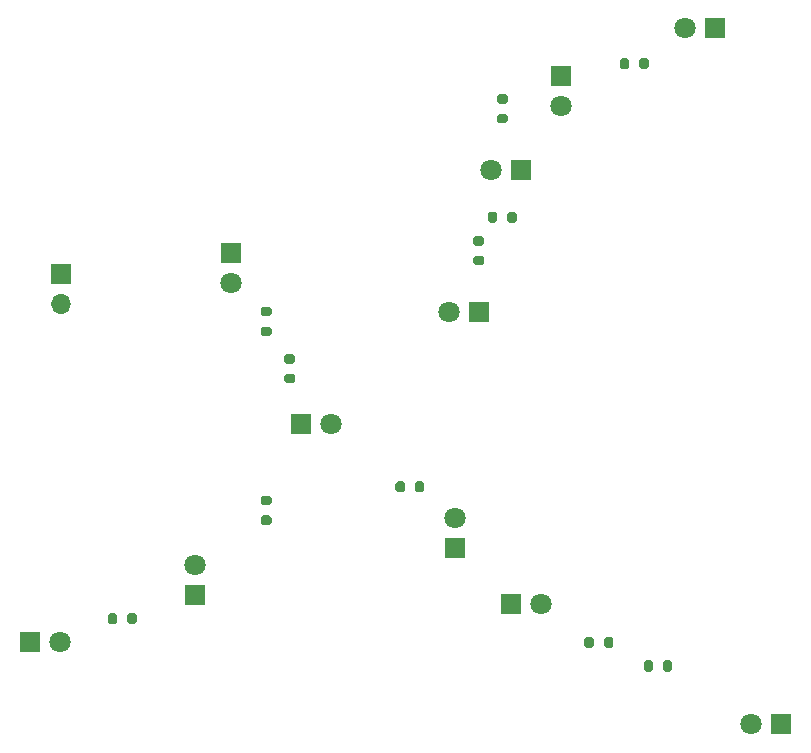
<source format=gbs>
%TF.GenerationSoftware,KiCad,Pcbnew,(5.1.10)-1*%
%TF.CreationDate,2021-09-04T18:59:30+09:00*%
%TF.ProjectId,TsukCTF,5473756b-4354-4462-9e6b-696361645f70,rev?*%
%TF.SameCoordinates,Original*%
%TF.FileFunction,Soldermask,Bot*%
%TF.FilePolarity,Negative*%
%FSLAX46Y46*%
G04 Gerber Fmt 4.6, Leading zero omitted, Abs format (unit mm)*
G04 Created by KiCad (PCBNEW (5.1.10)-1) date 2021-09-04 18:59:30*
%MOMM*%
%LPD*%
G01*
G04 APERTURE LIST*
%ADD10R,1.800000X1.800000*%
%ADD11C,1.800000*%
%ADD12R,1.700000X1.700000*%
%ADD13O,1.700000X1.700000*%
G04 APERTURE END LIST*
D10*
%TO.C,D3*%
X149000000Y-115000000D03*
D11*
X149000000Y-117540000D03*
%TD*%
D10*
%TO.C,D4*%
X154940000Y-129540000D03*
D11*
X157480000Y-129540000D03*
%TD*%
%TO.C,D5*%
X146000000Y-141460000D03*
D10*
X146000000Y-144000000D03*
%TD*%
D11*
%TO.C,D6*%
X167460000Y-120000000D03*
D10*
X170000000Y-120000000D03*
%TD*%
%TO.C,D7*%
X195580000Y-154940000D03*
D11*
X193040000Y-154940000D03*
%TD*%
%TO.C,D8*%
X134540000Y-148000000D03*
D10*
X132000000Y-148000000D03*
%TD*%
D11*
%TO.C,D9*%
X171000000Y-108000000D03*
D10*
X173540000Y-108000000D03*
%TD*%
D11*
%TO.C,D10*%
X177000000Y-102540000D03*
D10*
X177000000Y-100000000D03*
%TD*%
%TO.C,D11*%
X190000000Y-96000000D03*
D11*
X187460000Y-96000000D03*
%TD*%
D10*
%TO.C,D12*%
X168000000Y-140000000D03*
D11*
X168000000Y-137460000D03*
%TD*%
%TO.C,D13*%
X175260000Y-144780000D03*
D10*
X172720000Y-144780000D03*
%TD*%
D12*
%TO.C,J1*%
X134620000Y-116840000D03*
D13*
X134620000Y-119380000D03*
%TD*%
%TO.C,R3*%
G36*
G01*
X151725000Y-121250000D02*
X152275000Y-121250000D01*
G75*
G02*
X152475000Y-121450000I0J-200000D01*
G01*
X152475000Y-121850000D01*
G75*
G02*
X152275000Y-122050000I-200000J0D01*
G01*
X151725000Y-122050000D01*
G75*
G02*
X151525000Y-121850000I0J200000D01*
G01*
X151525000Y-121450000D01*
G75*
G02*
X151725000Y-121250000I200000J0D01*
G01*
G37*
G36*
G01*
X151725000Y-119600000D02*
X152275000Y-119600000D01*
G75*
G02*
X152475000Y-119800000I0J-200000D01*
G01*
X152475000Y-120200000D01*
G75*
G02*
X152275000Y-120400000I-200000J0D01*
G01*
X151725000Y-120400000D01*
G75*
G02*
X151525000Y-120200000I0J200000D01*
G01*
X151525000Y-119800000D01*
G75*
G02*
X151725000Y-119600000I200000J0D01*
G01*
G37*
%TD*%
%TO.C,R4*%
G36*
G01*
X154275000Y-126050000D02*
X153725000Y-126050000D01*
G75*
G02*
X153525000Y-125850000I0J200000D01*
G01*
X153525000Y-125450000D01*
G75*
G02*
X153725000Y-125250000I200000J0D01*
G01*
X154275000Y-125250000D01*
G75*
G02*
X154475000Y-125450000I0J-200000D01*
G01*
X154475000Y-125850000D01*
G75*
G02*
X154275000Y-126050000I-200000J0D01*
G01*
G37*
G36*
G01*
X154275000Y-124400000D02*
X153725000Y-124400000D01*
G75*
G02*
X153525000Y-124200000I0J200000D01*
G01*
X153525000Y-123800000D01*
G75*
G02*
X153725000Y-123600000I200000J0D01*
G01*
X154275000Y-123600000D01*
G75*
G02*
X154475000Y-123800000I0J-200000D01*
G01*
X154475000Y-124200000D01*
G75*
G02*
X154275000Y-124400000I-200000J0D01*
G01*
G37*
%TD*%
%TO.C,R5*%
G36*
G01*
X152275000Y-136400000D02*
X151725000Y-136400000D01*
G75*
G02*
X151525000Y-136200000I0J200000D01*
G01*
X151525000Y-135800000D01*
G75*
G02*
X151725000Y-135600000I200000J0D01*
G01*
X152275000Y-135600000D01*
G75*
G02*
X152475000Y-135800000I0J-200000D01*
G01*
X152475000Y-136200000D01*
G75*
G02*
X152275000Y-136400000I-200000J0D01*
G01*
G37*
G36*
G01*
X152275000Y-138050000D02*
X151725000Y-138050000D01*
G75*
G02*
X151525000Y-137850000I0J200000D01*
G01*
X151525000Y-137450000D01*
G75*
G02*
X151725000Y-137250000I200000J0D01*
G01*
X152275000Y-137250000D01*
G75*
G02*
X152475000Y-137450000I0J-200000D01*
G01*
X152475000Y-137850000D01*
G75*
G02*
X152275000Y-138050000I-200000J0D01*
G01*
G37*
%TD*%
%TO.C,R6*%
G36*
G01*
X170275000Y-116050000D02*
X169725000Y-116050000D01*
G75*
G02*
X169525000Y-115850000I0J200000D01*
G01*
X169525000Y-115450000D01*
G75*
G02*
X169725000Y-115250000I200000J0D01*
G01*
X170275000Y-115250000D01*
G75*
G02*
X170475000Y-115450000I0J-200000D01*
G01*
X170475000Y-115850000D01*
G75*
G02*
X170275000Y-116050000I-200000J0D01*
G01*
G37*
G36*
G01*
X170275000Y-114400000D02*
X169725000Y-114400000D01*
G75*
G02*
X169525000Y-114200000I0J200000D01*
G01*
X169525000Y-113800000D01*
G75*
G02*
X169725000Y-113600000I200000J0D01*
G01*
X170275000Y-113600000D01*
G75*
G02*
X170475000Y-113800000I0J-200000D01*
G01*
X170475000Y-114200000D01*
G75*
G02*
X170275000Y-114400000I-200000J0D01*
G01*
G37*
%TD*%
%TO.C,R7*%
G36*
G01*
X183950000Y-150275000D02*
X183950000Y-149725000D01*
G75*
G02*
X184150000Y-149525000I200000J0D01*
G01*
X184550000Y-149525000D01*
G75*
G02*
X184750000Y-149725000I0J-200000D01*
G01*
X184750000Y-150275000D01*
G75*
G02*
X184550000Y-150475000I-200000J0D01*
G01*
X184150000Y-150475000D01*
G75*
G02*
X183950000Y-150275000I0J200000D01*
G01*
G37*
G36*
G01*
X185600000Y-150275000D02*
X185600000Y-149725000D01*
G75*
G02*
X185800000Y-149525000I200000J0D01*
G01*
X186200000Y-149525000D01*
G75*
G02*
X186400000Y-149725000I0J-200000D01*
G01*
X186400000Y-150275000D01*
G75*
G02*
X186200000Y-150475000I-200000J0D01*
G01*
X185800000Y-150475000D01*
G75*
G02*
X185600000Y-150275000I0J200000D01*
G01*
G37*
%TD*%
%TO.C,R8*%
G36*
G01*
X140250000Y-146275000D02*
X140250000Y-145725000D01*
G75*
G02*
X140450000Y-145525000I200000J0D01*
G01*
X140850000Y-145525000D01*
G75*
G02*
X141050000Y-145725000I0J-200000D01*
G01*
X141050000Y-146275000D01*
G75*
G02*
X140850000Y-146475000I-200000J0D01*
G01*
X140450000Y-146475000D01*
G75*
G02*
X140250000Y-146275000I0J200000D01*
G01*
G37*
G36*
G01*
X138600000Y-146275000D02*
X138600000Y-145725000D01*
G75*
G02*
X138800000Y-145525000I200000J0D01*
G01*
X139200000Y-145525000D01*
G75*
G02*
X139400000Y-145725000I0J-200000D01*
G01*
X139400000Y-146275000D01*
G75*
G02*
X139200000Y-146475000I-200000J0D01*
G01*
X138800000Y-146475000D01*
G75*
G02*
X138600000Y-146275000I0J200000D01*
G01*
G37*
%TD*%
%TO.C,R9*%
G36*
G01*
X173225000Y-111725000D02*
X173225000Y-112275000D01*
G75*
G02*
X173025000Y-112475000I-200000J0D01*
G01*
X172625000Y-112475000D01*
G75*
G02*
X172425000Y-112275000I0J200000D01*
G01*
X172425000Y-111725000D01*
G75*
G02*
X172625000Y-111525000I200000J0D01*
G01*
X173025000Y-111525000D01*
G75*
G02*
X173225000Y-111725000I0J-200000D01*
G01*
G37*
G36*
G01*
X171575000Y-111725000D02*
X171575000Y-112275000D01*
G75*
G02*
X171375000Y-112475000I-200000J0D01*
G01*
X170975000Y-112475000D01*
G75*
G02*
X170775000Y-112275000I0J200000D01*
G01*
X170775000Y-111725000D01*
G75*
G02*
X170975000Y-111525000I200000J0D01*
G01*
X171375000Y-111525000D01*
G75*
G02*
X171575000Y-111725000I0J-200000D01*
G01*
G37*
%TD*%
%TO.C,R10*%
G36*
G01*
X171725000Y-101600000D02*
X172275000Y-101600000D01*
G75*
G02*
X172475000Y-101800000I0J-200000D01*
G01*
X172475000Y-102200000D01*
G75*
G02*
X172275000Y-102400000I-200000J0D01*
G01*
X171725000Y-102400000D01*
G75*
G02*
X171525000Y-102200000I0J200000D01*
G01*
X171525000Y-101800000D01*
G75*
G02*
X171725000Y-101600000I200000J0D01*
G01*
G37*
G36*
G01*
X171725000Y-103250000D02*
X172275000Y-103250000D01*
G75*
G02*
X172475000Y-103450000I0J-200000D01*
G01*
X172475000Y-103850000D01*
G75*
G02*
X172275000Y-104050000I-200000J0D01*
G01*
X171725000Y-104050000D01*
G75*
G02*
X171525000Y-103850000I0J200000D01*
G01*
X171525000Y-103450000D01*
G75*
G02*
X171725000Y-103250000I200000J0D01*
G01*
G37*
%TD*%
%TO.C,R11*%
G36*
G01*
X182750000Y-98725000D02*
X182750000Y-99275000D01*
G75*
G02*
X182550000Y-99475000I-200000J0D01*
G01*
X182150000Y-99475000D01*
G75*
G02*
X181950000Y-99275000I0J200000D01*
G01*
X181950000Y-98725000D01*
G75*
G02*
X182150000Y-98525000I200000J0D01*
G01*
X182550000Y-98525000D01*
G75*
G02*
X182750000Y-98725000I0J-200000D01*
G01*
G37*
G36*
G01*
X184400000Y-98725000D02*
X184400000Y-99275000D01*
G75*
G02*
X184200000Y-99475000I-200000J0D01*
G01*
X183800000Y-99475000D01*
G75*
G02*
X183600000Y-99275000I0J200000D01*
G01*
X183600000Y-98725000D01*
G75*
G02*
X183800000Y-98525000I200000J0D01*
G01*
X184200000Y-98525000D01*
G75*
G02*
X184400000Y-98725000I0J-200000D01*
G01*
G37*
%TD*%
%TO.C,R12*%
G36*
G01*
X163750000Y-134550000D02*
X163750000Y-135100000D01*
G75*
G02*
X163550000Y-135300000I-200000J0D01*
G01*
X163150000Y-135300000D01*
G75*
G02*
X162950000Y-135100000I0J200000D01*
G01*
X162950000Y-134550000D01*
G75*
G02*
X163150000Y-134350000I200000J0D01*
G01*
X163550000Y-134350000D01*
G75*
G02*
X163750000Y-134550000I0J-200000D01*
G01*
G37*
G36*
G01*
X165400000Y-134550000D02*
X165400000Y-135100000D01*
G75*
G02*
X165200000Y-135300000I-200000J0D01*
G01*
X164800000Y-135300000D01*
G75*
G02*
X164600000Y-135100000I0J200000D01*
G01*
X164600000Y-134550000D01*
G75*
G02*
X164800000Y-134350000I200000J0D01*
G01*
X165200000Y-134350000D01*
G75*
G02*
X165400000Y-134550000I0J-200000D01*
G01*
G37*
%TD*%
%TO.C,R13*%
G36*
G01*
X178950000Y-148275000D02*
X178950000Y-147725000D01*
G75*
G02*
X179150000Y-147525000I200000J0D01*
G01*
X179550000Y-147525000D01*
G75*
G02*
X179750000Y-147725000I0J-200000D01*
G01*
X179750000Y-148275000D01*
G75*
G02*
X179550000Y-148475000I-200000J0D01*
G01*
X179150000Y-148475000D01*
G75*
G02*
X178950000Y-148275000I0J200000D01*
G01*
G37*
G36*
G01*
X180600000Y-148275000D02*
X180600000Y-147725000D01*
G75*
G02*
X180800000Y-147525000I200000J0D01*
G01*
X181200000Y-147525000D01*
G75*
G02*
X181400000Y-147725000I0J-200000D01*
G01*
X181400000Y-148275000D01*
G75*
G02*
X181200000Y-148475000I-200000J0D01*
G01*
X180800000Y-148475000D01*
G75*
G02*
X180600000Y-148275000I0J200000D01*
G01*
G37*
%TD*%
M02*

</source>
